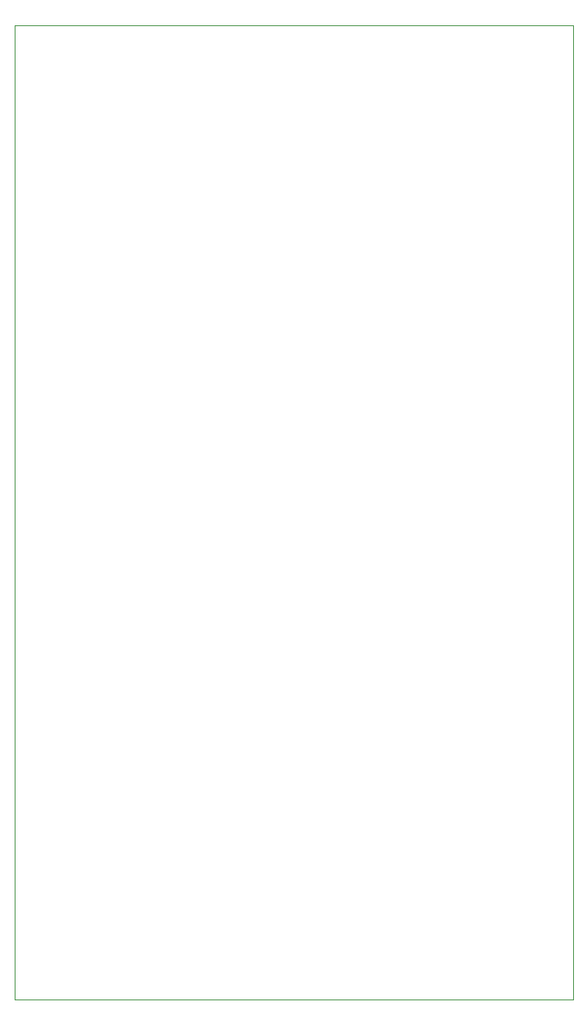
<source format=gbr>
%TF.GenerationSoftware,KiCad,Pcbnew,(6.0.1)*%
%TF.CreationDate,2022-12-13T14:11:25+02:00*%
%TF.ProjectId,ArduinoClockModule,41726475-696e-46f4-936c-6f636b4d6f64,rev?*%
%TF.SameCoordinates,Original*%
%TF.FileFunction,Profile,NP*%
%FSLAX46Y46*%
G04 Gerber Fmt 4.6, Leading zero omitted, Abs format (unit mm)*
G04 Created by KiCad (PCBNEW (6.0.1)) date 2022-12-13 14:11:25*
%MOMM*%
%LPD*%
G01*
G04 APERTURE LIST*
%TA.AperFunction,Profile*%
%ADD10C,0.100000*%
%TD*%
G04 APERTURE END LIST*
D10*
X20000000Y-20000000D02*
X78000000Y-20000000D01*
X78000000Y-20000000D02*
X78000000Y-121000000D01*
X78000000Y-121000000D02*
X20000000Y-121000000D01*
X20000000Y-121000000D02*
X20000000Y-20000000D01*
M02*

</source>
